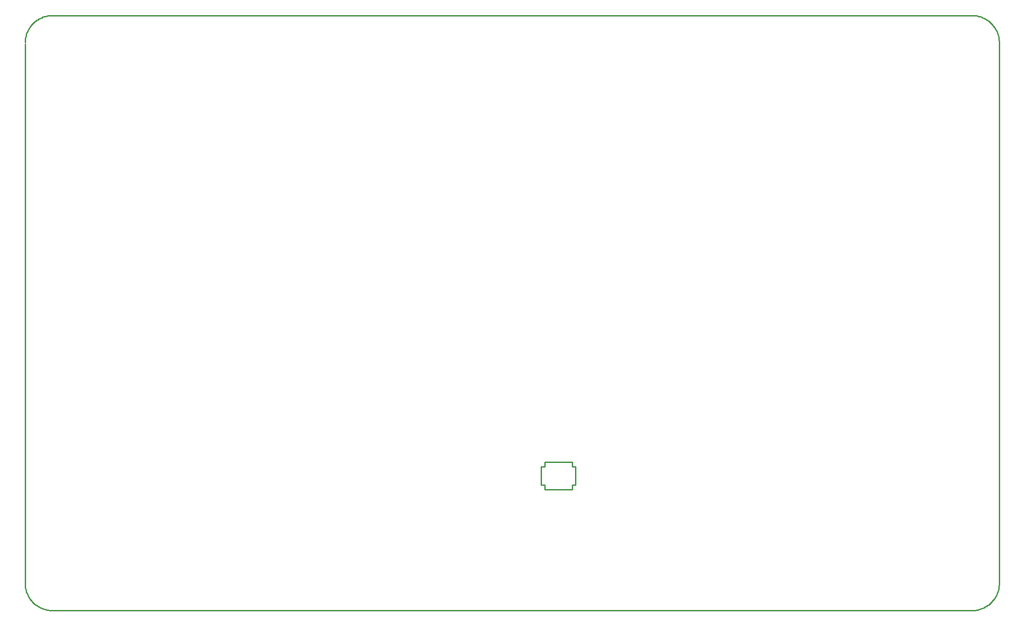
<source format=gm1>
G04*
G04 #@! TF.GenerationSoftware,Altium Limited,Altium Designer,22.0.2 (36)*
G04*
G04 Layer_Color=16711935*
%FSLAX25Y25*%
%MOIN*%
G70*
G04*
G04 #@! TF.SameCoordinates,CB176EB8-9F99-4E04-9228-48705547AA3B*
G04*
G04*
G04 #@! TF.FilePolarity,Positive*
G04*
G01*
G75*
%ADD14C,0.01000*%
D14*
X-5307Y408071D02*
X-6304Y408046D01*
X-7299Y407970D01*
X-8288Y407844D01*
X-9270Y407668D01*
X-10241Y407443D01*
X-11200Y407168D01*
X-12144Y406846D01*
X-13070Y406476D01*
X-13976Y406059D01*
X-14860Y405597D01*
X-15720Y405091D01*
X-16553Y404543D01*
X-17357Y403952D01*
X-18129Y403322D01*
X-18869Y402653D01*
X-19575Y401948D01*
X-20243Y401208D01*
X-20874Y400435D01*
X-21464Y399631D01*
X-22013Y398798D01*
X-22519Y397939D01*
X-22980Y397055D01*
X-23397Y396149D01*
X-23767Y395222D01*
X-24089Y394279D01*
X-24364Y393320D01*
X-24589Y392348D01*
X-24765Y391367D01*
X-24891Y390377D01*
X-24967Y389383D01*
X-24992Y388386D01*
X683661D02*
X683636Y389383D01*
X683560Y390377D01*
X683434Y391367D01*
X683258Y392348D01*
X683033Y393320D01*
X682759Y394279D01*
X682436Y395223D01*
X682066Y396149D01*
X681650Y397055D01*
X681188Y397939D01*
X680682Y398798D01*
X680133Y399631D01*
X679543Y400435D01*
X678913Y401208D01*
X678244Y401948D01*
X677539Y402653D01*
X676799Y403322D01*
X676026Y403952D01*
X675222Y404543D01*
X674389Y405091D01*
X673530Y405597D01*
X672646Y406059D01*
X671739Y406476D01*
X670813Y406846D01*
X669869Y407168D01*
X668911Y407443D01*
X667939Y407668D01*
X666957Y407844D01*
X665968Y407970D01*
X664973Y408046D01*
X663976Y408071D01*
Y-24992D02*
X664973Y-24967D01*
X665968Y-24891D01*
X666957Y-24765D01*
X667939Y-24589D01*
X668911Y-24364D01*
X669869Y-24089D01*
X670813Y-23767D01*
X671739Y-23397D01*
X672646Y-22980D01*
X673530Y-22519D01*
X674389Y-22013D01*
X675222Y-21464D01*
X676026Y-20874D01*
X676799Y-20243D01*
X677539Y-19575D01*
X678244Y-18869D01*
X678913Y-18129D01*
X679543Y-17356D01*
X680133Y-16553D01*
X680682Y-15720D01*
X681188Y-14860D01*
X681650Y-13976D01*
X682066Y-13070D01*
X682436Y-12144D01*
X682759Y-11200D01*
X683033Y-10241D01*
X683258Y-9270D01*
X683434Y-8288D01*
X683560Y-7299D01*
X683636Y-6304D01*
X683661Y-5307D01*
X-24992Y-5307D02*
X-24967Y-6304D01*
X-24891Y-7299D01*
X-24765Y-8288D01*
X-24589Y-9270D01*
X-24364Y-10241D01*
X-24089Y-11200D01*
X-23767Y-12144D01*
X-23397Y-13070D01*
X-22980Y-13976D01*
X-22519Y-14860D01*
X-22013Y-15720D01*
X-21464Y-16553D01*
X-20874Y-17357D01*
X-20243Y-18129D01*
X-19575Y-18869D01*
X-18869Y-19575D01*
X-18129Y-20243D01*
X-17356Y-20874D01*
X-16553Y-21464D01*
X-15720Y-22013D01*
X-14860Y-22519D01*
X-13976Y-22980D01*
X-13070Y-23397D01*
X-12144Y-23767D01*
X-11200Y-24089D01*
X-10241Y-24364D01*
X-9270Y-24589D01*
X-8288Y-24765D01*
X-7299Y-24891D01*
X-6304Y-24967D01*
X-5307Y-24992D01*
Y-25000D02*
X663976Y-25000D01*
X350500Y79750D02*
X353000D01*
Y83000D01*
X373000D01*
Y79750D02*
Y83000D01*
Y79750D02*
X375500D01*
Y66250D02*
Y79750D01*
X373000Y66250D02*
X375500D01*
X373000Y63000D02*
Y66250D01*
X353000Y63000D02*
X373000D01*
X353000D02*
Y66250D01*
X350500D02*
X353000D01*
X350500D02*
Y79750D01*
X-25000Y387386D02*
X-25000Y-6307D01*
X-5307Y408071D02*
X663976Y408071D01*
X683661Y388386D02*
X683661Y-5307D01*
M02*

</source>
